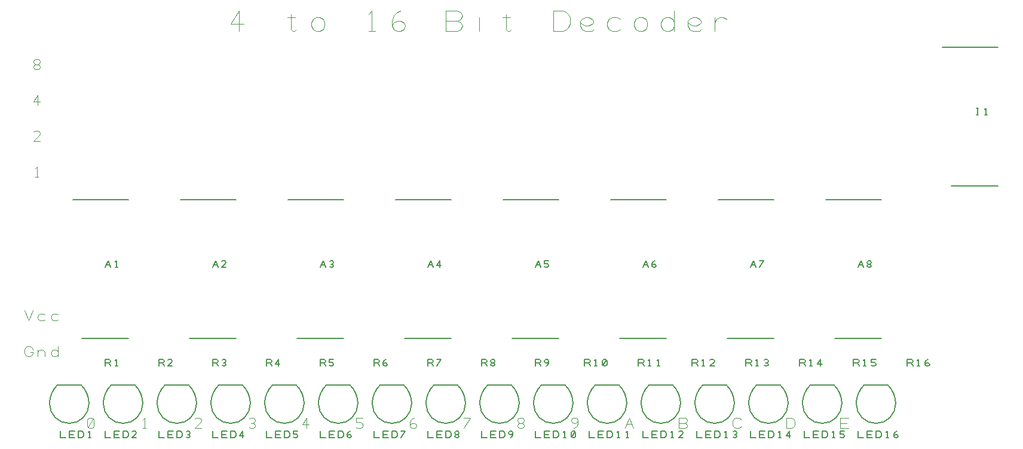
<source format=gbr>
G04 DesignSpark PCB Gerber Version 9.0 Build 5115 *
G04 #@! TF.Part,Single*
G04 #@! TF.FileFunction,Legend,Top *
G04 #@! TF.FilePolarity,Positive *
%FSLAX35Y35*%
%MOIN*%
%ADD10C,0.00100*%
%ADD12C,0.00500*%
%ADD13C,0.00787*%
X0Y0D02*
D02*
D10*
X18531Y59000D02*
X19937D01*
Y58531*
X19469Y57594*
X19000Y57125*
X18063Y56656*
X17125*
X16187Y57125*
X15719Y57594*
X15250Y58531*
Y60406*
X15719Y61344*
X16187Y61813*
X17125Y62281*
X18063*
X19000Y61813*
X19469Y61344*
X19937Y60406*
X22750Y56656D02*
Y60406D01*
Y59000D02*
X23219Y59937D01*
X24156Y60406*
X25094*
X26031Y59937*
X26500Y59000*
Y56656*
X34000Y59000D02*
X33531Y59937D01*
X32594Y60406*
X31656*
X30719Y59937*
X30250Y59000*
Y58063*
X30719Y57125*
X31656Y56656*
X32594*
X33531Y57125*
X34000Y58063*
Y56656D02*
Y62281D01*
X15250Y82281D02*
X17594Y76656D01*
X19937Y82281*
X26500Y79937D02*
X25563Y80406D01*
X24156*
X23219Y79937*
X22750Y79000*
Y78063*
X23219Y77125*
X24156Y76656*
X25563*
X26500Y77125*
X34000Y79937D02*
X33063Y80406D01*
X31656*
X30719Y79937*
X30250Y79000*
Y78063*
X30719Y77125*
X31656Y76656*
X33063*
X34000Y77125*
X21187Y156656D02*
X23063D01*
X22125D02*
Y162281D01*
X21187Y161344*
X24000Y176656D02*
X20250D01*
X23531Y179937*
X24000Y180875*
X23531Y181813*
X22594Y182281*
X21187*
X20250Y181813*
X22594Y196656D02*
Y202281D01*
X20250Y198531*
X24000*
X21656Y219469D02*
X22594D01*
X23531Y219937*
X24000Y220875*
X23531Y221813*
X22594Y222281*
X21656*
X20719Y221813*
X20250Y220875*
X20719Y219937*
X21656Y219469*
X20719Y219000*
X20250Y218063*
X20719Y217125*
X21656Y216656*
X22594*
X23531Y217125*
X24000Y218063*
X23531Y219000*
X22594Y219469*
X50719Y17125D02*
X51656Y16656D01*
X52594*
X53531Y17125*
X54000Y18063*
Y20875*
X53531Y21813*
X52594Y22281*
X51656*
X50719Y21813*
X50250Y20875*
Y18063*
X50719Y17125*
X53531Y21813*
X81187Y16656D02*
X83063D01*
X82125D02*
Y22281D01*
X81187Y21344*
X114000Y16656D02*
X110250D01*
X113531Y19937*
X114000Y20875*
X113531Y21813*
X112594Y22281*
X111187*
X110250Y21813*
X134937Y238063D02*
Y249313D01*
X130250Y241813*
X137750*
X161813Y245563D02*
X166187D01*
X164000Y247437D02*
Y239000D01*
X164937Y238063*
X165875*
X166813Y239000*
X175250Y240875D02*
X176187Y239000D01*
X178063Y238063*
X179937*
X181813Y239000*
X182750Y240875*
Y242750*
X181813Y244625*
X179937Y245563*
X178063*
X176187Y244625*
X175250Y242750*
Y240875*
X207125Y238063D02*
X210875D01*
X209000D02*
Y249313D01*
X207125Y247437*
X220250Y240875D02*
X221187Y242750D01*
X223063Y243687*
X224937*
X226813Y242750*
X227750Y240875*
X226813Y239000*
X224937Y238063*
X223063*
X221187Y239000*
X220250Y240875*
Y243687*
X221187Y246500*
X223063Y248375*
X224937Y249313*
X256813Y243687D02*
X258687Y242750D01*
X259625Y240875*
X258687Y239000*
X256813Y238063*
X250250*
Y249313*
X256813*
X258687Y248375*
X259625Y246500*
X258687Y244625*
X256813Y243687*
X250250*
X269000Y238063D02*
Y245563D01*
Y248375D02*
X281813Y245563*
X286187D01*
X284000Y247437D02*
Y239000D01*
X284937Y238063*
X285875*
X286813Y239000*
X310250Y238063D02*
Y249313D01*
X315875*
X317750Y248375*
X318687Y247437*
X319625Y245563*
Y241813*
X318687Y239937*
X317750Y239000*
X315875Y238063*
X310250*
X332750Y239000D02*
X331813Y238063D01*
X329937*
X328063*
X326187Y239000*
X325250Y240875*
Y243687*
X326187Y244625*
X328063Y245563*
X329937*
X331813Y244625*
X332750Y243687*
Y242750*
X331813Y241813*
X329937Y240875*
X328063*
X326187Y241813*
X325250Y242750*
X347750Y244625D02*
X345875Y245563D01*
X343063*
X341187Y244625*
X340250Y242750*
Y240875*
X341187Y239000*
X343063Y238063*
X345875*
X347750Y239000*
X355250Y240875D02*
X356187Y239000D01*
X358063Y238063*
X359937*
X361813Y239000*
X362750Y240875*
Y242750*
X361813Y244625*
X359937Y245563*
X358063*
X356187Y244625*
X355250Y242750*
Y240875*
X377750Y242750D02*
X376813Y244625D01*
X374937Y245563*
X373063*
X371187Y244625*
X370250Y242750*
Y240875*
X371187Y239000*
X373063Y238063*
X374937*
X376813Y239000*
X377750Y240875*
Y238063D02*
Y249313D01*
X392750Y239000D02*
X391813Y238063D01*
X389937*
X388063*
X386187Y239000*
X385250Y240875*
Y243687*
X386187Y244625*
X388063Y245563*
X389937*
X391813Y244625*
X392750Y243687*
Y242750*
X391813Y241813*
X389937Y240875*
X388063*
X386187Y241813*
X385250Y242750*
X400250Y238063D02*
Y245563D01*
Y242750D02*
X401187Y244625D01*
X403063Y245563*
X404937*
X406813Y244625*
X140719Y17125D02*
X141656Y16656D01*
X142594*
X143531Y17125*
X144000Y18063*
X143531Y19000*
X142594Y19469*
X141656*
X142594D02*
X143531Y19937D01*
X144000Y20875*
X143531Y21813*
X142594Y22281*
X141656*
X140719Y21813*
X172594Y16656D02*
Y22281D01*
X170250Y18531*
X174000*
X200250Y17125D02*
X201187Y16656D01*
X202594*
X203531Y17125*
X204000Y18063*
Y18531*
X203531Y19469*
X202594Y19937*
X200250*
Y22281*
X204000*
X230250Y18063D02*
X230719Y19000D01*
X231656Y19469*
X232594*
X233531Y19000*
X234000Y18063*
X233531Y17125*
X232594Y16656*
X231656*
X230719Y17125*
X230250Y18063*
Y19469*
X230719Y20875*
X231656Y21813*
X232594Y22281*
X260250Y16656D02*
X264000Y22281D01*
X260250*
X291656Y19469D02*
X292594D01*
X293531Y19937*
X294000Y20875*
X293531Y21813*
X292594Y22281*
X291656*
X290719Y21813*
X290250Y20875*
X290719Y19937*
X291656Y19469*
X290719Y19000*
X290250Y18063*
X290719Y17125*
X291656Y16656*
X292594*
X293531Y17125*
X294000Y18063*
X293531Y19000*
X292594Y19469*
X321656Y16656D02*
X322594Y17125D01*
X323531Y18063*
X324000Y19469*
Y20875*
X323531Y21813*
X322594Y22281*
X321656*
X320719Y21813*
X320250Y20875*
X320719Y19937*
X321656Y19469*
X322594*
X323531Y19937*
X324000Y20875*
X350250Y16656D02*
X352594Y22281D01*
X354937Y16656*
X351187Y19000D02*
X354000D01*
X383531Y19469D02*
X384469Y19000D01*
X384937Y18063*
X384469Y17125*
X383531Y16656*
X380250*
Y22281*
X383531*
X384469Y21813*
X384937Y20875*
X384469Y19937*
X383531Y19469*
X380250*
X414937Y17594D02*
X414469Y17125D01*
X413531Y16656*
X412125*
X411187Y17125*
X410719Y17594*
X410250Y18531*
Y20406*
X410719Y21344*
X411187Y21813*
X412125Y22281*
X413531*
X414469Y21813*
X414937Y21344*
X440250Y16656D02*
Y22281D01*
X443063*
X444000Y21813*
X444469Y21344*
X444937Y20406*
Y18531*
X444469Y17594*
X444000Y17125*
X443063Y16656*
X440250*
X470250D02*
Y22281D01*
X474937*
X474000Y19469D02*
X470250D01*
Y16656D02*
X474937D01*
D02*
D12*
X29250Y30250D02*
G75*
G03X40250Y19250I11000D01*
G01*
G75*
G03X51250Y30250J11000*
G01*
G75*
G03X46950Y40550I-14583J-41*
G01*
X33550*
G75*
G03X29250Y30250I10283J-10341*
G01*
X35250Y14937D02*
Y11187D01*
X38375*
X40250D02*
Y14937D01*
X43375*
X42750Y13063D02*
X40250D01*
Y11187D02*
X43375D01*
X45250D02*
Y14937D01*
X47125*
X47750Y14625*
X48063Y14313*
X48375Y13687*
Y12437*
X48063Y11813*
X47750Y11500*
X47125Y11187*
X45250*
X50875D02*
X52125D01*
X51500D02*
Y14937D01*
X50875Y14313*
X59250Y30250D02*
G75*
G03X70250Y19250I11000D01*
G01*
G75*
G03X81250Y30250J11000*
G01*
G75*
G03X76950Y40550I-14583J-41*
G01*
X63550*
G75*
G03X59250Y30250I10283J-10341*
G01*
X60250Y14937D02*
Y11187D01*
X63375*
X65250D02*
Y14937D01*
X68375*
X67750Y13063D02*
X65250D01*
Y11187D02*
X68375D01*
X70250D02*
Y14937D01*
X72125*
X72750Y14625*
X73063Y14313*
X73375Y13687*
Y12437*
X73063Y11813*
X72750Y11500*
X72125Y11187*
X70250*
X77750D02*
X75250D01*
X77437Y13375*
X77750Y14000*
X77437Y14625*
X76813Y14937*
X75875*
X75250Y14625*
X60250Y106187D02*
X61813Y109937D01*
X63375Y106187*
X60875Y107750D02*
X62750D01*
X65875Y106187D02*
X67125D01*
X66500D02*
Y109937D01*
X65875Y109313*
X60250Y51187D02*
Y54937D01*
X62437*
X63063Y54625*
X63375Y54000*
X63063Y53375*
X62437Y53063*
X60250*
X62437D02*
X63375Y51187D01*
X65875D02*
X67125D01*
X66500D02*
Y54937D01*
X65875Y54313*
X89250Y30250D02*
G75*
G03X100250Y19250I11000D01*
G01*
G75*
G03X111250Y30250J11000*
G01*
G75*
G03X106950Y40550I-14583J-41*
G01*
X93550*
G75*
G03X89250Y30250I10283J-10341*
G01*
X90250Y14937D02*
Y11187D01*
X93375*
X95250D02*
Y14937D01*
X98375*
X97750Y13063D02*
X95250D01*
Y11187D02*
X98375D01*
X100250D02*
Y14937D01*
X102125*
X102750Y14625*
X103063Y14313*
X103375Y13687*
Y12437*
X103063Y11813*
X102750Y11500*
X102125Y11187*
X100250*
X105563Y11500D02*
X106187Y11187D01*
X106813*
X107437Y11500*
X107750Y12125*
X107437Y12750*
X106813Y13063*
X106187*
X106813D02*
X107437Y13375D01*
X107750Y14000*
X107437Y14625*
X106813Y14937*
X106187*
X105563Y14625*
X90250Y51187D02*
Y54937D01*
X92437*
X93063Y54625*
X93375Y54000*
X93063Y53375*
X92437Y53063*
X90250*
X92437D02*
X93375Y51187D01*
X97750D02*
X95250D01*
X97437Y53375*
X97750Y54000*
X97437Y54625*
X96813Y54937*
X95875*
X95250Y54625*
X119250Y30250D02*
G75*
G03X130250Y19250I11000D01*
G01*
G75*
G03X141250Y30250J11000*
G01*
G75*
G03X136950Y40550I-14583J-41*
G01*
X123550*
G75*
G03X119250Y30250I10283J-10341*
G01*
X120250Y14937D02*
Y11187D01*
X123375*
X125250D02*
Y14937D01*
X128375*
X127750Y13063D02*
X125250D01*
Y11187D02*
X128375D01*
X130250D02*
Y14937D01*
X132125*
X132750Y14625*
X133063Y14313*
X133375Y13687*
Y12437*
X133063Y11813*
X132750Y11500*
X132125Y11187*
X130250*
X136813D02*
Y14937D01*
X135250Y12437*
X137750*
X120250Y106187D02*
X121813Y109937D01*
X123375Y106187*
X120875Y107750D02*
X122750D01*
X127750Y106187D02*
X125250D01*
X127437Y108375*
X127750Y109000*
X127437Y109625*
X126813Y109937*
X125875*
X125250Y109625*
X120250Y51187D02*
Y54937D01*
X122437*
X123063Y54625*
X123375Y54000*
X123063Y53375*
X122437Y53063*
X120250*
X122437D02*
X123375Y51187D01*
X125563Y51500D02*
X126187Y51187D01*
X126813*
X127437Y51500*
X127750Y52125*
X127437Y52750*
X126813Y53063*
X126187*
X126813D02*
X127437Y53375D01*
X127750Y54000*
X127437Y54625*
X126813Y54937*
X126187*
X125563Y54625*
X149250Y30250D02*
G75*
G03X160250Y19250I11000D01*
G01*
G75*
G03X171250Y30250J11000*
G01*
G75*
G03X166950Y40550I-14583J-41*
G01*
X153550*
G75*
G03X149250Y30250I10283J-10341*
G01*
X150250Y14937D02*
Y11187D01*
X153375*
X155250D02*
Y14937D01*
X158375*
X157750Y13063D02*
X155250D01*
Y11187D02*
X158375D01*
X160250D02*
Y14937D01*
X162125*
X162750Y14625*
X163063Y14313*
X163375Y13687*
Y12437*
X163063Y11813*
X162750Y11500*
X162125Y11187*
X160250*
X165250Y11500D02*
X165875Y11187D01*
X166813*
X167437Y11500*
X167750Y12125*
Y12437*
X167437Y13063*
X166813Y13375*
X165250*
Y14937*
X167750*
X150250Y51187D02*
Y54937D01*
X152437*
X153063Y54625*
X153375Y54000*
X153063Y53375*
X152437Y53063*
X150250*
X152437D02*
X153375Y51187D01*
X156813D02*
Y54937D01*
X155250Y52437*
X157750*
X179250Y30250D02*
G75*
G03X190250Y19250I11000D01*
G01*
G75*
G03X201250Y30250J11000*
G01*
G75*
G03X196950Y40550I-14583J-41*
G01*
X183550*
G75*
G03X179250Y30250I10283J-10341*
G01*
X180250Y14937D02*
Y11187D01*
X183375*
X185250D02*
Y14937D01*
X188375*
X187750Y13063D02*
X185250D01*
Y11187D02*
X188375D01*
X190250D02*
Y14937D01*
X192125*
X192750Y14625*
X193063Y14313*
X193375Y13687*
Y12437*
X193063Y11813*
X192750Y11500*
X192125Y11187*
X190250*
X195250Y12125D02*
X195563Y12750D01*
X196187Y13063*
X196813*
X197437Y12750*
X197750Y12125*
X197437Y11500*
X196813Y11187*
X196187*
X195563Y11500*
X195250Y12125*
Y13063*
X195563Y14000*
X196187Y14625*
X196813Y14937*
X180250Y106187D02*
X181813Y109937D01*
X183375Y106187*
X180875Y107750D02*
X182750D01*
X185563Y106500D02*
X186187Y106187D01*
X186813*
X187437Y106500*
X187750Y107125*
X187437Y107750*
X186813Y108063*
X186187*
X186813D02*
X187437Y108375D01*
X187750Y109000*
X187437Y109625*
X186813Y109937*
X186187*
X185563Y109625*
X180250Y51187D02*
Y54937D01*
X182437*
X183063Y54625*
X183375Y54000*
X183063Y53375*
X182437Y53063*
X180250*
X182437D02*
X183375Y51187D01*
X185250Y51500D02*
X185875Y51187D01*
X186813*
X187437Y51500*
X187750Y52125*
Y52437*
X187437Y53063*
X186813Y53375*
X185250*
Y54937*
X187750*
X209250Y30250D02*
G75*
G03X220250Y19250I11000D01*
G01*
G75*
G03X231250Y30250J11000*
G01*
G75*
G03X226950Y40550I-14583J-41*
G01*
X213550*
G75*
G03X209250Y30250I10283J-10341*
G01*
X210250Y14937D02*
Y11187D01*
X213375*
X215250D02*
Y14937D01*
X218375*
X217750Y13063D02*
X215250D01*
Y11187D02*
X218375D01*
X220250D02*
Y14937D01*
X222125*
X222750Y14625*
X223063Y14313*
X223375Y13687*
Y12437*
X223063Y11813*
X222750Y11500*
X222125Y11187*
X220250*
X225250D02*
X227750Y14937D01*
X225250*
X210250Y51187D02*
Y54937D01*
X212437*
X213063Y54625*
X213375Y54000*
X213063Y53375*
X212437Y53063*
X210250*
X212437D02*
X213375Y51187D01*
X215250Y52125D02*
X215563Y52750D01*
X216187Y53063*
X216813*
X217437Y52750*
X217750Y52125*
X217437Y51500*
X216813Y51187*
X216187*
X215563Y51500*
X215250Y52125*
Y53063*
X215563Y54000*
X216187Y54625*
X216813Y54937*
X239250Y30250D02*
G75*
G03X250250Y19250I11000D01*
G01*
G75*
G03X261250Y30250J11000*
G01*
G75*
G03X256950Y40550I-14583J-41*
G01*
X243550*
G75*
G03X239250Y30250I10283J-10341*
G01*
X240250Y14937D02*
Y11187D01*
X243375*
X245250D02*
Y14937D01*
X248375*
X247750Y13063D02*
X245250D01*
Y11187D02*
X248375D01*
X250250D02*
Y14937D01*
X252125*
X252750Y14625*
X253063Y14313*
X253375Y13687*
Y12437*
X253063Y11813*
X252750Y11500*
X252125Y11187*
X250250*
X256187Y13063D02*
X256813D01*
X257437Y13375*
X257750Y14000*
X257437Y14625*
X256813Y14937*
X256187*
X255563Y14625*
X255250Y14000*
X255563Y13375*
X256187Y13063*
X255563Y12750*
X255250Y12125*
X255563Y11500*
X256187Y11187*
X256813*
X257437Y11500*
X257750Y12125*
X257437Y12750*
X256813Y13063*
X240250Y106187D02*
X241813Y109937D01*
X243375Y106187*
X240875Y107750D02*
X242750D01*
X246813Y106187D02*
Y109937D01*
X245250Y107437*
X247750*
X240250Y51187D02*
Y54937D01*
X242437*
X243063Y54625*
X243375Y54000*
X243063Y53375*
X242437Y53063*
X240250*
X242437D02*
X243375Y51187D01*
X245250D02*
X247750Y54937D01*
X245250*
X269250Y30250D02*
G75*
G03X280250Y19250I11000D01*
G01*
G75*
G03X291250Y30250J11000*
G01*
G75*
G03X286950Y40550I-14583J-41*
G01*
X273550*
G75*
G03X269250Y30250I10283J-10341*
G01*
X270250Y14937D02*
Y11187D01*
X273375*
X275250D02*
Y14937D01*
X278375*
X277750Y13063D02*
X275250D01*
Y11187D02*
X278375D01*
X280250D02*
Y14937D01*
X282125*
X282750Y14625*
X283063Y14313*
X283375Y13687*
Y12437*
X283063Y11813*
X282750Y11500*
X282125Y11187*
X280250*
X286187D02*
X286813Y11500D01*
X287437Y12125*
X287750Y13063*
Y14000*
X287437Y14625*
X286813Y14937*
X286187*
X285563Y14625*
X285250Y14000*
X285563Y13375*
X286187Y13063*
X286813*
X287437Y13375*
X287750Y14000*
X270250Y51187D02*
Y54937D01*
X272437*
X273063Y54625*
X273375Y54000*
X273063Y53375*
X272437Y53063*
X270250*
X272437D02*
X273375Y51187D01*
X276187Y53063D02*
X276813D01*
X277437Y53375*
X277750Y54000*
X277437Y54625*
X276813Y54937*
X276187*
X275563Y54625*
X275250Y54000*
X275563Y53375*
X276187Y53063*
X275563Y52750*
X275250Y52125*
X275563Y51500*
X276187Y51187*
X276813*
X277437Y51500*
X277750Y52125*
X277437Y52750*
X276813Y53063*
X299250Y30250D02*
G75*
G03X310250Y19250I11000D01*
G01*
G75*
G03X321250Y30250J11000*
G01*
G75*
G03X316950Y40550I-14583J-41*
G01*
X303550*
G75*
G03X299250Y30250I10283J-10341*
G01*
X300250Y14937D02*
Y11187D01*
X303375*
X305250D02*
Y14937D01*
X308375*
X307750Y13063D02*
X305250D01*
Y11187D02*
X308375D01*
X310250D02*
Y14937D01*
X312125*
X312750Y14625*
X313063Y14313*
X313375Y13687*
Y12437*
X313063Y11813*
X312750Y11500*
X312125Y11187*
X310250*
X315875D02*
X317125D01*
X316500D02*
Y14937D01*
X315875Y14313*
X320563Y11500D02*
X321187Y11187D01*
X321813*
X322437Y11500*
X322750Y12125*
Y14000*
X322437Y14625*
X321813Y14937*
X321187*
X320563Y14625*
X320250Y14000*
Y12125*
X320563Y11500*
X322437Y14625*
X300250Y106187D02*
X301813Y109937D01*
X303375Y106187*
X300875Y107750D02*
X302750D01*
X305250Y106500D02*
X305875Y106187D01*
X306813*
X307437Y106500*
X307750Y107125*
Y107437*
X307437Y108063*
X306813Y108375*
X305250*
Y109937*
X307750*
X300250Y51187D02*
Y54937D01*
X302437*
X303063Y54625*
X303375Y54000*
X303063Y53375*
X302437Y53063*
X300250*
X302437D02*
X303375Y51187D01*
X306187D02*
X306813Y51500D01*
X307437Y52125*
X307750Y53063*
Y54000*
X307437Y54625*
X306813Y54937*
X306187*
X305563Y54625*
X305250Y54000*
X305563Y53375*
X306187Y53063*
X306813*
X307437Y53375*
X307750Y54000*
X329250Y30250D02*
G75*
G03X340250Y19250I11000D01*
G01*
G75*
G03X351250Y30250J11000*
G01*
G75*
G03X346950Y40550I-14583J-41*
G01*
X333550*
G75*
G03X329250Y30250I10283J-10341*
G01*
X330250Y14937D02*
Y11187D01*
X333375*
X335250D02*
Y14937D01*
X338375*
X337750Y13063D02*
X335250D01*
Y11187D02*
X338375D01*
X340250D02*
Y14937D01*
X342125*
X342750Y14625*
X343063Y14313*
X343375Y13687*
Y12437*
X343063Y11813*
X342750Y11500*
X342125Y11187*
X340250*
X345875D02*
X347125D01*
X346500D02*
Y14937D01*
X345875Y14313*
X350875Y11187D02*
X352125D01*
X351500D02*
Y14937D01*
X350875Y14313*
X327750Y51187D02*
Y54937D01*
X329937*
X330563Y54625*
X330875Y54000*
X330563Y53375*
X329937Y53063*
X327750*
X329937D02*
X330875Y51187D01*
X333375D02*
X334625D01*
X334000D02*
Y54937D01*
X333375Y54313*
X338063Y51500D02*
X338687Y51187D01*
X339313*
X339937Y51500*
X340250Y52125*
Y54000*
X339937Y54625*
X339313Y54937*
X338687*
X338063Y54625*
X337750Y54000*
Y52125*
X338063Y51500*
X339937Y54625*
X359250Y30250D02*
G75*
G03X370250Y19250I11000D01*
G01*
G75*
G03X381250Y30250J11000*
G01*
G75*
G03X376950Y40550I-14583J-41*
G01*
X363550*
G75*
G03X359250Y30250I10283J-10341*
G01*
X360250Y14937D02*
Y11187D01*
X363375*
X365250D02*
Y14937D01*
X368375*
X367750Y13063D02*
X365250D01*
Y11187D02*
X368375D01*
X370250D02*
Y14937D01*
X372125*
X372750Y14625*
X373063Y14313*
X373375Y13687*
Y12437*
X373063Y11813*
X372750Y11500*
X372125Y11187*
X370250*
X375875D02*
X377125D01*
X376500D02*
Y14937D01*
X375875Y14313*
X382750Y11187D02*
X380250D01*
X382437Y13375*
X382750Y14000*
X382437Y14625*
X381813Y14937*
X380875*
X380250Y14625*
X360250Y106187D02*
X361813Y109937D01*
X363375Y106187*
X360875Y107750D02*
X362750D01*
X365250Y107125D02*
X365563Y107750D01*
X366187Y108063*
X366813*
X367437Y107750*
X367750Y107125*
X367437Y106500*
X366813Y106187*
X366187*
X365563Y106500*
X365250Y107125*
Y108063*
X365563Y109000*
X366187Y109625*
X366813Y109937*
X357750Y51187D02*
Y54937D01*
X359937*
X360563Y54625*
X360875Y54000*
X360563Y53375*
X359937Y53063*
X357750*
X359937D02*
X360875Y51187D01*
X363375D02*
X364625D01*
X364000D02*
Y54937D01*
X363375Y54313*
X368375Y51187D02*
X369625D01*
X369000D02*
Y54937D01*
X368375Y54313*
X389250Y30250D02*
G75*
G03X400250Y19250I11000D01*
G01*
G75*
G03X411250Y30250J11000*
G01*
G75*
G03X406950Y40550I-14583J-41*
G01*
X393550*
G75*
G03X389250Y30250I10283J-10341*
G01*
X390250Y14937D02*
Y11187D01*
X393375*
X395250D02*
Y14937D01*
X398375*
X397750Y13063D02*
X395250D01*
Y11187D02*
X398375D01*
X400250D02*
Y14937D01*
X402125*
X402750Y14625*
X403063Y14313*
X403375Y13687*
Y12437*
X403063Y11813*
X402750Y11500*
X402125Y11187*
X400250*
X405875D02*
X407125D01*
X406500D02*
Y14937D01*
X405875Y14313*
X410563Y11500D02*
X411187Y11187D01*
X411813*
X412437Y11500*
X412750Y12125*
X412437Y12750*
X411813Y13063*
X411187*
X411813D02*
X412437Y13375D01*
X412750Y14000*
X412437Y14625*
X411813Y14937*
X411187*
X410563Y14625*
X387750Y51187D02*
Y54937D01*
X389937*
X390563Y54625*
X390875Y54000*
X390563Y53375*
X389937Y53063*
X387750*
X389937D02*
X390875Y51187D01*
X393375D02*
X394625D01*
X394000D02*
Y54937D01*
X393375Y54313*
X400250Y51187D02*
X397750D01*
X399937Y53375*
X400250Y54000*
X399937Y54625*
X399313Y54937*
X398375*
X397750Y54625*
X419250Y30250D02*
G75*
G03X430250Y19250I11000D01*
G01*
G75*
G03X441250Y30250J11000*
G01*
G75*
G03X436950Y40550I-14583J-41*
G01*
X423550*
G75*
G03X419250Y30250I10283J-10341*
G01*
X420250Y14937D02*
Y11187D01*
X423375*
X425250D02*
Y14937D01*
X428375*
X427750Y13063D02*
X425250D01*
Y11187D02*
X428375D01*
X430250D02*
Y14937D01*
X432125*
X432750Y14625*
X433063Y14313*
X433375Y13687*
Y12437*
X433063Y11813*
X432750Y11500*
X432125Y11187*
X430250*
X435875D02*
X437125D01*
X436500D02*
Y14937D01*
X435875Y14313*
X441813Y11187D02*
Y14937D01*
X440250Y12437*
X442750*
X420250Y106187D02*
X421813Y109937D01*
X423375Y106187*
X420875Y107750D02*
X422750D01*
X425250Y106187D02*
X427750Y109937D01*
X425250*
X417750Y51187D02*
Y54937D01*
X419937*
X420563Y54625*
X420875Y54000*
X420563Y53375*
X419937Y53063*
X417750*
X419937D02*
X420875Y51187D01*
X423375D02*
X424625D01*
X424000D02*
Y54937D01*
X423375Y54313*
X428063Y51500D02*
X428687Y51187D01*
X429313*
X429937Y51500*
X430250Y52125*
X429937Y52750*
X429313Y53063*
X428687*
X429313D02*
X429937Y53375D01*
X430250Y54000*
X429937Y54625*
X429313Y54937*
X428687*
X428063Y54625*
X449250Y30250D02*
G75*
G03X460250Y19250I11000D01*
G01*
G75*
G03X471250Y30250J11000*
G01*
G75*
G03X466950Y40550I-14583J-41*
G01*
X453550*
G75*
G03X449250Y30250I10283J-10341*
G01*
X450250Y14937D02*
Y11187D01*
X453375*
X455250D02*
Y14937D01*
X458375*
X457750Y13063D02*
X455250D01*
Y11187D02*
X458375D01*
X460250D02*
Y14937D01*
X462125*
X462750Y14625*
X463063Y14313*
X463375Y13687*
Y12437*
X463063Y11813*
X462750Y11500*
X462125Y11187*
X460250*
X465875D02*
X467125D01*
X466500D02*
Y14937D01*
X465875Y14313*
X470250Y11500D02*
X470875Y11187D01*
X471813*
X472437Y11500*
X472750Y12125*
Y12437*
X472437Y13063*
X471813Y13375*
X470250*
Y14937*
X472750*
X447750Y51187D02*
Y54937D01*
X449937*
X450563Y54625*
X450875Y54000*
X450563Y53375*
X449937Y53063*
X447750*
X449937D02*
X450875Y51187D01*
X453375D02*
X454625D01*
X454000D02*
Y54937D01*
X453375Y54313*
X459313Y51187D02*
Y54937D01*
X457750Y52437*
X460250*
X479250Y30250D02*
G75*
G03X490250Y19250I11000D01*
G01*
G75*
G03X501250Y30250J11000*
G01*
G75*
G03X496950Y40550I-14583J-41*
G01*
X483550*
G75*
G03X479250Y30250I10283J-10341*
G01*
X480250Y14937D02*
Y11187D01*
X483375*
X485250D02*
Y14937D01*
X488375*
X487750Y13063D02*
X485250D01*
Y11187D02*
X488375D01*
X490250D02*
Y14937D01*
X492125*
X492750Y14625*
X493063Y14313*
X493375Y13687*
Y12437*
X493063Y11813*
X492750Y11500*
X492125Y11187*
X490250*
X495875D02*
X497125D01*
X496500D02*
Y14937D01*
X495875Y14313*
X500250Y12125D02*
X500563Y12750D01*
X501187Y13063*
X501813*
X502437Y12750*
X502750Y12125*
X502437Y11500*
X501813Y11187*
X501187*
X500563Y11500*
X500250Y12125*
Y13063*
X500563Y14000*
X501187Y14625*
X501813Y14937*
X480250Y106187D02*
X481813Y109937D01*
X483375Y106187*
X480875Y107750D02*
X482750D01*
X486187Y108063D02*
X486813D01*
X487437Y108375*
X487750Y109000*
X487437Y109625*
X486813Y109937*
X486187*
X485563Y109625*
X485250Y109000*
X485563Y108375*
X486187Y108063*
X485563Y107750*
X485250Y107125*
X485563Y106500*
X486187Y106187*
X486813*
X487437Y106500*
X487750Y107125*
X487437Y107750*
X486813Y108063*
X477750Y51187D02*
Y54937D01*
X479937*
X480563Y54625*
X480875Y54000*
X480563Y53375*
X479937Y53063*
X477750*
X479937D02*
X480875Y51187D01*
X483375D02*
X484625D01*
X484000D02*
Y54937D01*
X483375Y54313*
X487750Y51500D02*
X488375Y51187D01*
X489313*
X489937Y51500*
X490250Y52125*
Y52437*
X489937Y53063*
X489313Y53375*
X487750*
Y54937*
X490250*
X507750Y51187D02*
Y54937D01*
X509937*
X510563Y54625*
X510875Y54000*
X510563Y53375*
X509937Y53063*
X507750*
X509937D02*
X510875Y51187D01*
X513375D02*
X514625D01*
X514000D02*
Y54937D01*
X513375Y54313*
X517750Y52125D02*
X518063Y52750D01*
X518687Y53063*
X519313*
X519937Y52750*
X520250Y52125*
X519937Y51500*
X519313Y51187*
X518687*
X518063Y51500*
X517750Y52125*
Y53063*
X518063Y54000*
X518687Y54625*
X519313Y54937*
X546187Y191187D02*
X547437D01*
X546813D02*
Y194937D01*
X546187D02*
X547437D01*
X550875Y191187D02*
X552125D01*
X551500D02*
Y194937D01*
X550875Y194313*
D02*
D13*
X42396Y144010D02*
X73242D01*
X47258Y66490D02*
X73242D01*
X102396Y144010D02*
X133242D01*
X107258Y66490D02*
X133242D01*
X162396Y144010D02*
X193242D01*
X167258Y66490D02*
X193242D01*
X222396Y144010D02*
X253242D01*
X227258Y66490D02*
X253242D01*
X282396Y144010D02*
X313242D01*
X287258Y66490D02*
X313242D01*
X342396Y144010D02*
X373242D01*
X347258Y66490D02*
X373242D01*
X402396Y144010D02*
X433242D01*
X407258Y66490D02*
X433242D01*
X462396Y144010D02*
X493242D01*
X467258Y66490D02*
X493242D01*
X527396Y229010D02*
X558242D01*
X532258Y151490D02*
X558242D01*
X0Y0D02*
M02*

</source>
